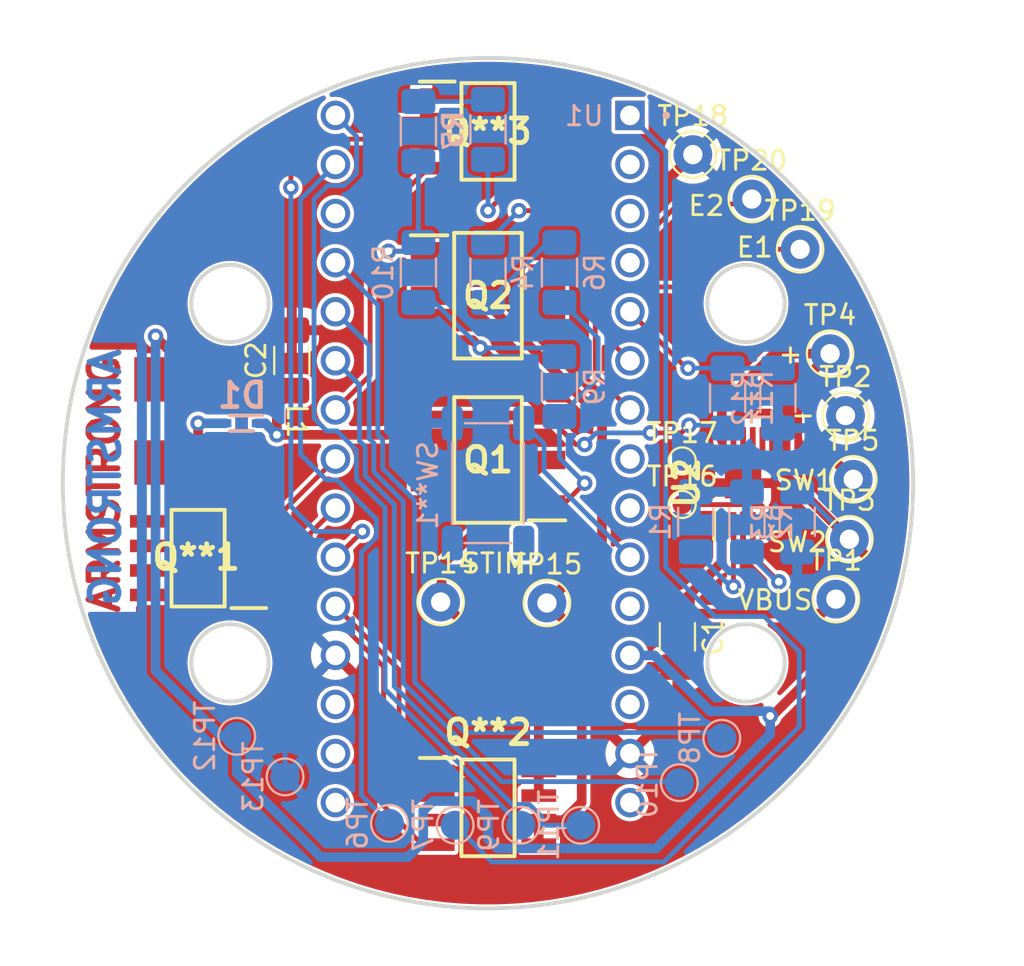
<source format=kicad_pcb>
(kicad_pcb (version 20211014) (generator pcbnew)
  (layers (0 "F.Cu" signal) (31 "B.Cu" signal) (34 "B.Paste" user) (35 "F.Paste" user) (36 "B.SilkS" user "B.Silkscreen") (37 "F.SilkS" user "F.Silkscreen") (38 "B.Mask" user) (39 "F.Mask" user) (44 "Edge.Cuts" user))
  (net 0 "")
  (net 1 "GND")
  (net 2 "/stimulation/BOOST_CTRL")
  (net 3 "/stimulation/L_DRIVE1")
  (net 4 "/stimulation/L_DRIVE2")
  (net 5 "/stimulation/H_DRIVE1")
  (net 6 "/stimulation/H_DRIVE2")
  (net 7 "Net-(Q**3-Pad5)")
  (net 8 "Net-(Q**3-Pad7)")
  (net 9 "Net-(Q1-Pad1)")
  (net 11 "Net-(Q2-Pad1)")
  (net 13 "Net-(R1-Pad2)")
  (net 14 "VCC")
  (net 15 "Net-(R4-Pad1)")
  (net 16 "Net-(R5-Pad1)")
  (net 17 "/stimulation/VSTIM")
  (net 18 "Net-(D1-Pad2)")
  (net 19 "/MOSI")
  (net 20 "/SCK")
  (net 21 "/BL")
  (net 22 "/CS")
  (net 23 "/RST")
  (net 24 "/DC")
  (net 31 "Net-(U1-Pad13)")
  (net 36 "/power/~{PG}")
  (net 38 "/power/~{CHG}")
  (net 39 "Net-(R2-Pad1)")
  (net 40 "/power/VBUS")
  (net 41 "/stimulation/STIM2")
  (net 42 "/stimulation/STIM1")
  (net 43 "/power/BAT+")
  (net 44 "/stimulation/VBOOST")
  (net 51 "Net-(U1-Pad10)")
  (net 52 "Net-(U1-Pad6)")
  (net 53 "Net-(U1-Pad7)")
  (footprint "TestPoint:TestPoint_THTPad_D2.0mm_Drill1.0mm" (layer "F.Cu") (at 118.7 102.9)
    (fp_text reference "TP3" (at 0 -1.998) (layer "F.SilkS"))
    (fp_text value "SW2")
    (pad "1" thru_hole circle (at 0 0) (size 2 2) (drill 1) (layers *.Cu *.Mask) (net 14 "VCC"))
  )
  (footprint "Library:SP8K52FRATB" (layer "F.Cu") (at 100 116.8)
    (fp_text reference "Q**2" (at 0 -3.9) (layer "F.SilkS") (effects (font (size 1.27 1.27) (thickness 0.254))))
    (fp_text value "SP8K52FRATB" hide)
    (pad "1" smd rect (at -2.625 -1.905 90) (size 0.65 1.8) (layers "F.Cu" "F.Paste" "F.Mask") (net 1 "GND"))
    (pad "2" smd rect (at -2.625 -0.635 90) (size 0.65 1.8) (layers "F.Cu" "F.Paste" "F.Mask") (net 3 "/stimulation/L_DRIVE1"))
    (pad "3" smd rect (at -2.625 0.635 90) (size 0.65 1.8) (layers "F.Cu" "F.Paste" "F.Mask") (net 1 "GND"))
    (pad "4" smd rect (at -2.625 1.905 90) (size 0.65 1.8) (layers "F.Cu" "F.Paste" "F.Mask") (net 4 "/stimulation/L_DRIVE2"))
    (pad "5" smd rect (at 2.625 1.905 90) (size 0.65 1.8) (layers "F.Cu" "F.Paste" "F.Mask") (net 41 "/stimulation/STIM2"))
    (pad "6" smd rect (at 2.625 0.635 90) (size 0.65 1.8) (layers "F.Cu" "F.Paste" "F.Mask") (net 41 "/stimulation/STIM2"))
    (pad "7" smd rect (at 2.625 -0.635 90) (size 0.65 1.8) (layers "F.Cu" "F.Paste" "F.Mask") (net 42 "/stimulation/STIM1"))
    (pad "8" smd rect (at 2.625 -1.905 90) (size 0.65 1.8) (layers "F.Cu" "F.Paste" "F.Mask") (net 42 "/stimulation/STIM1"))
  )
  (footprint "Capacitor_SMD:C_1206_3216Metric_Pad1.33x1.80mm_HandSolder" (layer "F.Cu") (at 109.8 107.95 -90)
    (fp_text reference "C1" (at 0 -1.85 90) (layer "F.SilkS"))
    (fp_text value "1uF")
    (pad "1" smd roundrect (at -1.5625 0 270) (size 1.325 1.8) (layers "F.Cu" "F.Paste" "F.Mask") (roundrect_rratio 0.1886792453) (net 40 "/power/VBUS"))
    (pad "2" smd roundrect (at 1.5625 0 270) (size 1.325 1.8) (layers "F.Cu" "F.Paste" "F.Mask") (roundrect_rratio 0.1886792453) (net 1 "GND"))
  )
  (footprint "TestPoint:TestPoint_THTPad_D2.0mm_Drill1.0mm" (layer "F.Cu") (at 103.05 106.2)
    (fp_text reference "TP15" (at 0 -1.998) (layer "F.SilkS"))
    (fp_text value "STIM2")
    (pad "1" thru_hole circle (at 0 0) (size 2 2) (drill 1) (layers *.Cu *.Mask) (net 41 "/stimulation/STIM2"))
  )
  (footprint "Library:LPS6225-105MRC" (layer "F.Cu") (at 85 96.7825 -90)
    (fp_text reference "L1" (at 0.01 -5.12 -90 unlocked) (layer "F.SilkS"))
    (fp_text value "1mH")
    (pad "1" smd rect (at -2.15 0 270) (size 2.3 6.6) (layers "F.Cu" "F.Paste" "F.Mask") (net 14 "VCC"))
    (pad "2" smd rect (at 2.15 0 270) (size 2.3 6.6) (layers "F.Cu" "F.Paste" "F.Mask") (net 18 "Net-(D1-Pad2)"))
  )
  (footprint "Capacitor_SMD:C_1206_3216Metric_Pad1.33x1.80mm_HandSolder" (layer "F.Cu") (at 89.85 93.65 90)
    (fp_text reference "C2" (at 0 -1.85 90) (layer "F.SilkS"))
    (fp_text value "220 nF")
    (pad "1" smd roundrect (at -1.5625 0 90) (size 1.325 1.8) (layers "F.Cu" "F.Paste" "F.Mask") (roundrect_rratio 0.1886792453) (net 44 "/stimulation/VBOOST"))
    (pad "2" smd roundrect (at 1.5625 0 90) (size 1.325 1.8) (layers "F.Cu" "F.Paste" "F.Mask") (roundrect_rratio 0.1886792453) (net 1 "GND"))
  )
  (footprint "TestPoint:TestPoint_THTPad_D2.0mm_Drill1.0mm" (layer "F.Cu") (at 116.15 87.9)
    (fp_text reference "TP19" (at 0 -1.998) (layer "F.SilkS"))
    (fp_text value "E1")
    (pad "1" thru_hole circle (at 0 0) (size 2 2) (drill 1) (layers *.Cu *.Mask) (net 52 "Net-(U1-Pad6)"))
  )
  (footprint "TestPoint:TestPoint_THTPad_D2.0mm_Drill1.0mm" (layer "F.Cu") (at 97.55 106.15)
    (fp_text reference "TP14" (at 0 -1.998) (layer "F.SilkS"))
    (fp_text value "STIM1")
    (pad "1" thru_hole circle (at 0 0) (size 2 2) (drill 1) (layers *.Cu *.Mask) (net 42 "/stimulation/STIM1"))
  )
  (footprint "Library:SP8K52FRATB" (layer "F.Cu") (at 100 81.8)
    (fp_text reference "Q**3" (at 0 0) (layer "F.SilkS") (effects (font (size 1.27 1.27) (thickness 0.254))))
    (fp_text value "SP8K52FRATB" hide)
    (pad "1" smd rect (at -2.625 -1.905 90) (size 0.65 1.8) (layers "F.Cu" "F.Paste" "F.Mask") (net 1 "GND"))
    (pad "2" smd rect (at -2.625 -0.635 90) (size 0.65 1.8) (layers "F.Cu" "F.Paste" "F.Mask") (net 5 "/stimulation/H_DRIVE1"))
    (pad "3" smd rect (at -2.625 0.635 90) (size 0.65 1.8) (layers "F.Cu" "F.Paste" "F.Mask") (net 1 "GND"))
    (pad "4" smd rect (at -2.625 1.905 90) (size 0.65 1.8) (layers "F.Cu" "F.Paste" "F.Mask") (net 6 "/stimulation/H_DRIVE2"))
    (pad "5" smd rect (at 2.625 1.905 90) (size 0.65 1.8) (layers "F.Cu" "F.Paste" "F.Mask") (net 7 "Net-(Q**3-Pad5)"))
    (pad "6" smd rect (at 2.625 0.635 90) (size 0.65 1.8) (layers "F.Cu" "F.Paste" "F.Mask") (net 7 "Net-(Q**3-Pad5)"))
    (pad "7" smd rect (at 2.625 -0.635 90) (size 0.65 1.8) (layers "F.Cu" "F.Paste" "F.Mask") (net 8 "Net-(Q**3-Pad7)"))
    (pad "8" smd rect (at 2.625 -1.905 90) (size 0.65 1.8) (layers "F.Cu" "F.Paste" "F.Mask") (net 8 "Net-(Q**3-Pad7)"))
  )
  (footprint "TestPoint:TestPoint_Pad_D1.0mm" (layer "F.Cu") (at 110.05 101.1)
    (fp_text reference "TP16" (at 0 -1.448) (layer "F.SilkS"))
    (fp_text value "PG")
    (pad "1" smd circle (at 0 0) (size 1 1) (layers "F.Cu" "F.Mask") (net 36 "/power/~{PG}"))
  )
  (footprint "Library:SP8K52FRATB" (layer "F.Cu") (at 85 103.8825 180)
    (fp_text reference "Q**1" (at 0.1 0.05) (layer "F.SilkS") (effects (font (size 1.27 1.27) (thickness 0.254))))
    (fp_text value "SP8K52FRATB" hide)
    (pad "1" smd rect (at -2.625 -1.905 270) (size 0.65 1.8) (layers "F.Cu" "F.Paste" "F.Mask") (net 1 "GND"))
    (pad "2" smd rect (at -2.625 -0.635 270) (size 0.65 1.8) (layers "F.Cu" "F.Paste" "F.Mask") (net 2 "/stimulation/BOOST_CTRL"))
    (pad "3" smd rect (at -2.625 0.635 270) (size 0.65 1.8) (layers "F.Cu" "F.Paste" "F.Mask"))
    (pad "4" smd rect (at -2.625 1.905 270) (size 0.65 1.8) (layers "F.Cu" "F.Paste" "F.Mask"))
    (pad "5" smd rect (at 2.625 1.905 270) (size 0.65 1.8) (layers "F.Cu" "F.Paste" "F.Mask"))
    (pad "6" smd rect (at 2.625 0.635 270) (size 0.65 1.8) (layers "F.Cu" "F.Paste" "F.Mask"))
    (pad "7" smd rect (at 2.625 -0.635 270) (size 0.65 1.8) (layers "F.Cu" "F.Paste" "F.Mask") (net 18 "Net-(D1-Pad2)"))
    (pad "8" smd rect (at 2.625 -1.905 270) (size 0.65 1.8) (layers "F.Cu" "F.Paste" "F.Mask") (net 18 "Net-(D1-Pad2)"))
  )
  (footprint "TestPoint:TestPoint_THTPad_D2.0mm_Drill1.0mm" (layer "F.Cu") (at 113.65 85.3)
    (fp_text reference "TP20" (at 0 -1.998) (layer "F.SilkS"))
    (fp_text value "E2")
    (pad "1" thru_hole circle (at 0 0) (size 2 2) (drill 1) (layers *.Cu *.Mask) (net 53 "Net-(U1-Pad7)"))
  )
  (footprint "TestPoint:TestPoint_THTPad_D2.0mm_Drill1.0mm" (layer "F.Cu") (at 118.5 96.5)
    (fp_text reference "TP2" (at 0 -1.998) (layer "F.SilkS"))
    (fp_text value "BAT-")
    (pad "1" thru_hole circle (at 0 0) (size 2 2) (drill 1) (layers *.Cu *.Mask) (net 1 "GND"))
  )
  (footprint "TestPoint:TestPoint_THTPad_D2.0mm_Drill1.0mm" (layer "F.Cu") (at 110.6 83)
    (fp_text reference "TP18" (at 0 -1.998) (layer "F.SilkS"))
    (fp_text value "ENC_GND")
    (pad "1" thru_hole circle (at 0 0) (size 2 2) (drill 1) (layers *.Cu *.Mask) (net 1 "GND"))
  )
  (footprint "TestPoint:TestPoint_THTPad_D2.0mm_Drill1.0mm" (layer "F.Cu") (at 118.9 99.8)
    (fp_text reference "TP5" (at 0 -1.998) (layer "F.SilkS"))
    (fp_text value "SW1")
    (pad "1" thru_hole circle (at 0 0) (size 2 2) (drill 1) (layers *.Cu *.Mask) (net 43 "/power/BAT+"))
  )
  (footprint "TestPoint:TestPoint_Pad_D1.0mm" (layer "F.Cu") (at 110.05 98.85)
    (fp_text reference "TP17" (at 0 -1.448) (layer "F.SilkS"))
    (fp_text value "~{CHG}")
    (pad "1" smd circle (at 0 0) (size 1 1) (layers "F.Cu" "F.Mask") (net 38 "/power/~{CHG}"))
  )
  (footprint "Library:IRFL9110TRPBF-BE3" (layer "F.Cu") (at 100 90.3)
    (fp_text reference "Q2" (at 0 0) (layer "F.SilkS") (effects (font (size 1.27 1.27) (thickness 0.254))))
    (fp_text value "IRFL9110TRPBF-BE3" hide)
    (pad "1" smd rect (at -3.05 -2.3 90) (size 0.95 1.9) (layers "F.Cu" "F.Paste" "F.Mask") (net 11 "Net-(Q2-Pad1)"))
    (pad "2" smd rect (at -3.05 0 90) (size 0.95 1.9) (layers "F.Cu" "F.Paste" "F.Mask") (net 41 "/stimulation/STIM2"))
    (pad "3" smd rect (at -3.05 2.3 90) (size 0.95 1.9) (layers "F.Cu" "F.Paste" "F.Mask") (net 44 "/stimulation/VBOOST"))
    (pad "4" smd rect (at 3.05 0) (size 1.9 3.25) (layers "F.Cu" "F.Paste" "F.Mask"))
  )
  (footprint "TestPoint:TestPoint_THTPad_D2.0mm_Drill1.0mm" (layer "F.Cu") (at 117.7 93.3)
    (fp_text reference "TP4" (at 0 -1.998) (layer "F.SilkS"))
    (fp_text value "BAT+")
    (pad "1" thru_hole circle (at 0 0) (size 2 2) (drill 1) (layers *.Cu *.Mask) (net 43 "/power/BAT+"))
  )
  (footprint "Library:BQ24093DGQR" (layer "F.Cu") (at 113.2 100 90)
    (fp_text reference "U2" (at 0.02 -2.93 90) (layer "F.SilkS") (effects (font (size 1.27 1.27) (thickness 0.254))))
    (fp_text value "BQ24093DGQR" hide)
    (pad "1" smd rect (at -2.2 -1 180) (size 0.3 1.4) (layers "F.Cu" "F.Paste" "F.Mask") (net 40 "/power/VBUS"))
    (pad "2" smd rect (at -2.2 -0.5 180) (size 0.3 1.4) (layers "F.Cu" "F.Paste" "F.Mask") (net 13 "Net-(R1-Pad2)"))
    (pad "3" smd rect (at -2.2 0 180) (size 0.3 1.4) (layers "F.Cu" "F.Paste" "F.Mask") (net 1 "GND"))
    (pad "4" smd rect (at -2.2 0.5 180) (size 0.3 1.4) (layers "F.Cu" "F.Paste" "F.Mask") (net 39 "Net-(R2-Pad1)"))
    (pad "5" smd rect (at -2.2 1 180) (size 0.3 1.4) (layers "F.Cu" "F.Paste" "F.Mask") (net 36 "/power/~{PG}"))
    (pad "6" smd rect (at 2.2 1 180) (size 0.3 1.4) (layers "F.Cu" "F.Paste" "F.Mask"))
    (pad "7" smd rect (at 2.2 0.5 180) (size 0.3 1.4) (layers "F.Cu" "F.Paste" "F.Mask") (net 1 "GND"))
    (pad "8" smd rect (at 2.2 0 180) (size 0.3 1.4) (layers "F.Cu" "F.Paste" "F.Mask") (net 38 "/power/~{CHG}"))
    (pad "9" smd rect (at 2.2 -0.5 180) (size 0.3 1.4) (layers "F.Cu" "F.Paste" "F.Mask") (net 14 "VCC"))
    (pad "10" smd rect (at 2.2 -1 180) (size 0.3 1.4) (layers "F.Cu" "F.Paste" "F.Mask") (net 43 "/power/BAT+"))
    (pad "11" smd rect (at 0 0 90) (size 1.57 1.88) (layers "F.Cu" "F.Paste" "F.Mask") (net 1 "GND"))
  )
  (footprint "Library:IRFL9110TRPBF-BE3" (layer "F.Cu") (at 100 98.8 180)
    (fp_text reference "Q1" (at 0 0) (layer "F.SilkS") (effects (font (size 1.27 1.27) (thickness 0.254))))
    (fp_text value "IRFL9110TRPBF-BE3" hide)
    (pad "1" smd rect (at -3.05 -2.3 270) (size 0.95 1.9) (layers "F.Cu" "F.Paste" "F.Mask") (net 9 "Net-(Q1-Pad1)"))
    (pad "2" smd rect (at -3.05 0 270) (size 0.95 1.9) (layers "F.Cu" "F.Paste" "F.Mask") (net 42 "/stimulation/STIM1"))
    (pad "3" smd rect (at -3.05 2.3 270) (size 0.95 1.9) (layers "F.Cu" "F.Paste" "F.Mask") (net 44 "/stimulation/VBOOST"))
    (pad "4" smd rect (at 3.05 0 180) (size 1.9 3.25) (layers "F.Cu" "F.Paste" "F.Mask"))
  )
  (footprint "TestPoint:TestPoint_THTPad_D2.0mm_Drill1.0mm" (layer "F.Cu") (at 118 106)
    (fp_text reference "TP1" (at 0 -1.998) (layer "F.SilkS"))
    (fp_text value "VBUS")
    (pad "1" thru_hole circle (at 0 0) (size 2 2) (drill 1) (layers *.Cu *.Mask) (net 40 "/power/VBUS"))
  )
  (footprint "TestPoint:TestPoint_Pad_D1.5mm" (layer "B.Cu") (at 109.9 115.5 -90)
    (fp_text reference "TP10" (at 0 1.648 90) (layer "B.SilkS") (effects (justify mirror)))
    (fp_text value "RST")
    (pad "1" smd circle (at 0 0 270) (size 1.5 1.5) (layers "B.Cu" "B.Mask") (net 23 "/RST"))
  )
  (footprint "Library:BAS16TS_R1_00001" (layer "B.Cu") (at 87.25 96.9 180)
    (fp_text reference "D1" (at -0.03 1.44) (layer "B.SilkS") (effects (font (size 1.27 1.27) (thickness 0.254)) (justify mirror)))
    (fp_text value "BAS16TS_R1_00001" hide)
    (pad "1" smd rect (at -0.8 0 90) (size 0.42 0.54) (layers "B.Cu" "B.Paste" "B.Mask") (net 44 "/stimulation/VBOOST"))
    (pad "2" smd rect (at 0.8 0 90) (size 0.42 0.54) (layers "B.Cu" "B.Paste" "B.Mask") (net 18 "Net-(D1-Pad2)"))
  )
  (footprint "Resistor_SMD:R_1206_3216Metric_Pad1.30x1.75mm_HandSolder" (layer "B.Cu") (at 103.7 89.1 90)
    (fp_text reference "R6" (at 0 1.82 270) (layer "B.SilkS") (effects (justify mirror)))
    (fp_text value "1K")
    (pad "1" smd roundrect (at -1.55 0 90) (size 1.3 1.75) (layers "B.Cu" "B.Paste" "B.Mask") (roundrect_rratio 0.1923076923) (net 9 "Net-(Q1-Pad1)"))
    (pad "2" smd roundrect (at 1.55 0 90) (size 1.3 1.75) (layers "B.Cu" "B.Paste" "B.Mask") (roundrect_rratio 0.1923076923) (net 15 "Net-(R4-Pad1)"))
  )
  (footprint "Resistor_SMD:R_1206_3216Metric_Pad1.30x1.75mm_HandSolder" (layer "B.Cu") (at 96.4 81.8 90)
    (fp_text reference "R7" (at 0 1.82 270) (layer "B.SilkS") (effects (justify mirror)))
    (fp_text value "1K")
    (pad "1" smd roundrect (at -1.55 0 90) (size 1.3 1.75) (layers "B.Cu" "B.Paste" "B.Mask") (roundrect_rratio 0.1923076923) (net 11 "Net-(Q2-Pad1)"))
    (pad "2" smd roundrect (at 1.55 0 90) (size 1.3 1.75) (layers "B.Cu" "B.Paste" "B.Mask") (roundrect_rratio 0.1923076923) (net 16 "Net-(R5-Pad1)"))
  )
  (footprint "Library:Nano Every" (layer "B.Cu") (at 99.72675 98.75 -90)
    (fp_text reference "U1" (at -17.75 -5.25) (layer "B.SilkS") (effects (justify mirror)))
    (fp_text value "Nano Every")
    (pad "1" thru_hole rect (at -17.78 -7.62 270) (size 1.524 1.524) (drill 1.016) (layers *.Cu *.Mask) (net 20 "/SCK"))
    (pad "2" thru_hole circle (at -15.24 -7.62 270) (size 1.524 1.524) (drill 1.016) (layers *.Cu *.Mask))
    (pad "3" thru_hole circle (at -12.7 -7.62 270) (size 1.524 1.524) (drill 1.016) (layers *.Cu *.Mask))
    (pad "4" thru_hole circle (at -10.16 -7.62 270) (size 1.524 1.524) (drill 1.016) (layers *.Cu *.Mask))
    (pad "5" thru_hole circle (at -7.62 -7.62 270) (size 1.524 1.524) (drill 1.016) (layers *.Cu *.Mask) (net 17 "/stimulation/VSTIM"))
    (pad "6" thru_hole circle (at -5.08 -7.62 270) (size 1.524 1.524) (drill 1.016) (layers *.Cu *.Mask) (net 52 "Net-(U1-Pad6)"))
    (pad "7" thru_hole circle (at -2.54 -7.62 270) (size 1.524 1.524) (drill 1.016) (layers *.Cu *.Mask) (net 53 "Net-(U1-Pad7)"))
    (pad "8" thru_hole circle (at 0 -7.62 270) (size 1.524 1.524) (drill 1.016) (layers *.Cu *.Mask))
    (pad "9" thru_hole circle (at 2.54 -7.62 270) (size 1.524 1.524) (drill 1.016) (layers *.Cu *.Mask))
    (pad "10" thru_hole circle (at 5.08 -7.62 270) (size 1.524 1.524) (drill 1.016) (layers *.Cu *.Mask) (net 51 "Net-(U1-Pad10)"))
    (pad "11" thru_hole circle (at 7.62 -7.62 270) (size 1.524 1.524) (drill 1.016) (layers *.Cu *.Mask))
    (pad "12" thru_hole circle (at 10.16 -7.62 270) (size 1.524 1.524) (drill 1.016) (layers *.Cu *.Mask) (net 14 "VCC"))
    (pad "13" thru_hole circle (at 12.7 -7.62 270) (size 1.524 1.524) (drill 1.016) (layers *.Cu *.Mask) (net 31 "Net-(U1-Pad13)"))
    (pad "14" thru_hole circle (at 15.24 -7.62 270) (size 1.524 1.524) (drill 1.016) (layers *.Cu *.Mask) (net 1 "GND"))
    (pad "15" thru_hole circle (at 17.78 -7.62 270) (size 1.524 1.524) (drill 1.016) (layers *.Cu *.Mask))
    (pad "16" thru_hole circle (at 17.78 7.62 270) (size 1.524 1.524) (drill 1.016) (layers *.Cu *.Mask))
    (pad "17" thru_hole circle (at 15.24 7.62 270) (size 1.524 1.524) (drill 1.016) (layers *.Cu *.Mask))
    (pad "18" thru_hole circle (at 12.7 7.62 270) (size 1.524 1.524) (drill 1.016) (layers *.Cu *.Mask) (net 31 "Net-(U1-Pad13)"))
    (pad "19" thru_hole circle (at 10.16 7.62 270) (size 1.524 1.524) (drill 1.016) (layers *.Cu *.Mask) (net 1 "GND"))
    (pad "20" thru_hole circle (at 7.62 7.62 270) (size 1.524 1.524) (drill 1.016) (layers *.Cu *.Mask) (net 3 "/stimulation/L_DRIVE1"))
    (pad "21" thru_hole circle (at 5.08 7.62 270) (size 1.524 1.524) (drill 1.016) (layers *.Cu *.Mask) (net 5 "/stimulation/H_DRIVE1"))
    (pad "22" thru_hole circle (at 2.54 7.62 270) (size 1.524 1.524) (drill 1.016) (layers *.Cu *.Mask) (net 4 "/stimulation/L_DRIVE2"))
    (pad "23" thru_hole circle (at 0 7.62 270) (size 1.524 1.524) (drill 1.016) (layers *.Cu *.Mask) (net 2 "/stimulation/BOOST_CTRL"))
    (pad "24" thru_hole circle (at -2.54 7.62 270) (size 1.524 1.524) (drill 1.016) (layers *.Cu *.Mask) (net 6 "/stimulation/H_DRIVE2"))
    (pad "25" thru_hole circle (at -5.08 7.62 270) (size 1.524 1.524) (drill 1.016) (layers *.Cu *.Mask) (net 24 "/DC"))
    (pad "26" thru_hole circle (at -7.62 7.62 270) (size 1.524 1.524) (drill 1.016) (layers *.Cu *.Mask) (net 23 "/RST"))
    (pad "27" thru_hole circle (at -10.16 7.62 270) (size 1.524 1.524) (drill 1.016) (layers *.Cu *.Mask) (net 21 "/BL"))
    (pad "28" thru_hole circle (at -12.7 7.62 270) (size 1.524 1.524) (drill 1.016) (layers *.Cu *.Mask))
    (pad "29" thru_hole circle (at -15.24 7.62 270) (size 1.524 1.524) (drill 1.016) (layers *.Cu *.Mask) (net 19 "/MOSI"))
    (pad "30" thru_hole circle (at -17.78 7.62 270) (size 1.524 1.524) (drill 1.016) (layers *.Cu *.Mask) (net 22 "/CS"))
  )
  (footprint "TestPoint:TestPoint_Pad_D1.5mm" (layer "B.Cu") (at 112.1 113.2 -90)
    (fp_text reference "TP8" (at 0 1.648 90) (layer "B.SilkS") (effects (justify mirror)))
    (fp_text value "BL")
    (pad "1" smd circle (at 0 0 270) (size 1.5 1.5) (layers "B.Cu" "B.Mask") (net 21 "/BL"))
  )
  (footprint "TestPoint:TestPoint_Pad_D1.5mm" (layer "B.Cu") (at 101.7 117.7 -90)
    (fp_text reference "TP9" (at 0 1.648 90) (layer "B.SilkS") (effects (justify mirror)))
    (fp_text value "CS")
    (pad "1" smd circle (at 0 0 270) (size 1.5 1.5) (layers "B.Cu" "B.Mask") (net 22 "/CS"))
  )
  (footprint "Resistor_SMD:R_1206_3216Metric_Pad1.30x1.75mm_HandSolder" (layer "B.Cu") (at 115 95.6 -90)
    (fp_text reference "R12" (at 0 1.82 90) (layer "B.SilkS") (effects (justify mirror)))
    (fp_text value "3K3")
    (pad "1" smd roundrect (at -1.55 0 270) (size 1.3 1.75) (layers "B.Cu" "B.Paste" "B.Mask") (roundrect_rratio 0.1923076923) (net 17 "/stimulation/VSTIM"))
    (pad "2" smd roundrect (at 1.55 0 270) (size 1.3 1.75) (layers "B.Cu" "B.Paste" "B.Mask") (roundrect_rratio 0.1923076923) (net 1 "GND"))
  )
  (footprint "Resistor_SMD:R_1206_3216Metric_Pad1.30x1.75mm_HandSolder" (layer "B.Cu") (at 96.4 89.1 -90)
    (fp_text reference "R10" (at 0 1.82 90) (layer "B.SilkS") (effects (justify mirror)))
    (fp_text value "10K")
    (pad "1" smd roundrect (at -1.55 0 270) (size 1.3 1.75) (layers "B.Cu" "B.Paste" "B.Mask") (roundrect_rratio 0.1923076923) (net 11 "Net-(Q2-Pad1)"))
    (pad "2" smd roundrect (at 1.55 0 270) (size 1.3 1.75) (layers "B.Cu" "B.Paste" "B.Mask") (roundrect_rratio 0.1923076923) (net 44 "/stimulation/VBOOST"))
  )
  (footprint "TestPoint:TestPoint_Pad_D1.5mm" (layer "B.Cu") (at 98.3 117.7 -90)
    (fp_text reference "TP7" (at 0 1.648 90) (layer "B.SilkS") (effects (justify mirror)))
    (fp_text value "SCK")
    (pad "1" smd circle (at 0 0 270) (size 1.5 1.5) (layers "B.Cu" "B.Mask") (net 20 "/SCK"))
  )
  (footprint "Resistor_SMD:R_1206_3216Metric_Pad1.30x1.75mm_HandSolder" (layer "B.Cu") (at 110.75 102 -90)
    (fp_text reference "R1" (at 0 1.82 90) (layer "B.SilkS") (effects (justify mirror)))
    (fp_text value "2K7")
    (pad "1" smd roundrect (at -1.55 0 270) (size 1.3 1.75) (layers "B.Cu" "B.Paste" "B.Mask") (roundrect_rratio 0.1923076923) (net 1 "GND"))
    (pad "2" smd roundrect (at 1.55 0 270) (size 1.3 1.75) (layers "B.Cu" "B.Paste" "B.Mask") (roundrect_rratio 0.1923076923) (net 13 "Net-(R1-Pad2)"))
  )
  (footprint "TestPoint:TestPoint_Pad_D1.5mm" (layer "B.Cu") (at 89.5 115.2 -90)
    (fp_text reference "TP13" (at 0 1.648 90) (layer "B.SilkS") (effects (justify mirror)))
    (fp_text value "GND")
    (pad "1" smd circle (at 0 0 270) (size 1.5 1.5) (layers "B.Cu" "B.Mask") (net 1 "GND"))
  )
  (footprint "Resistor_SMD:R_1206_3216Metric_Pad1.30x1.75mm_HandSolder" (layer "B.Cu") (at 103.7 95 90)
    (fp_text reference "R9" (at 0 1.82 90) (layer "B.SilkS") (effects (justify mirror)))
    (fp_text value "10K")
    (pad "1" smd roundrect (at -1.55 0 90) (size 1.3 1.75) (layers "B.Cu" "B.Paste" "B.Mask") (roundrect_rratio 0.1923076923) (net 9 "Net-(Q1-Pad1)"))
    (pad "2" smd roundrect (at 1.55 0 90) (size 1.3 1.75) (layers "B.Cu" "B.Paste" "B.Mask") (roundrect_rratio 0.1923076923) (net 44 "/stimulation/VBOOST"))
  )
  (footprint "TestPoint:TestPoint_Pad_D1.5mm" (layer "B.Cu") (at 104.8 117.7 -90)
    (fp_text reference "TP11" (at 0 1.648 90) (layer "B.SilkS") (effects (justify mirror)))
    (fp_text value "DC")
    (pad "1" smd circle (at 0 0 270) (size 1.5 1.5) (layers "B.Cu" "B.Mask") (net 24 "/DC"))
  )
  (footprint "Resistor_SMD:R_1206_3216Metric_Pad1.30x1.75mm_HandSolder" (layer "B.Cu") (at 100 89.1 90)
    (fp_text reference "R4" (at 0 1.82 90) (layer "B.SilkS") (effects (justify mirror)))
    (fp_text value "1K")
    (pad "1" smd roundrect (at -1.55 0 90) (size 1.3 1.75) (layers "B.Cu" "B.Paste" "B.Mask") (roundrect_rratio 0.1923076923) (net 15 "Net-(R4-Pad1)"))
    (pad "2" smd roundrect (at 1.55 0 90) (size 1.3 1.75) (layers "B.Cu" "B.Paste" "B.Mask") (roundrect_rratio 0.1923076923) (net 8 "Net-(Q**3-Pad7)"))
  )
  (footprint "TestPoint:TestPoint_Pad_D1.5mm" (layer "B.Cu") (at 87 113.1 -90)
    (fp_text reference "TP12" (at 0 1.648 90) (layer "B.SilkS") (effects (justify mirror)))
    (fp_text value "VCC")
    (pad "1" smd circle (at 0 0 270) (size 1.5 1.5) (layers "B.Cu" "B.Mask") (net 14 "VCC"))
  )
  (footprint "Library:CS1204AF260-SMD" (layer "B.Cu") (at 100 100 -90)
    (fp_text reference "SW**1" (at 0.11 3.11 90 unlocked) (layer "B.SilkS") (effects (justify mirror)))
    (fp_text value "SW_Push_Dual")
    (pad "1" smd roundrect (at -3.1 1.85 270) (size 1.8 1.1) (layers "B.Cu" "B.Paste" "B.Mask") (net 1 "GND"))
    (pad "2" smd roundrect (at -3.1 -1.85 270) (size 1.8 1.1) (layers "B.Cu" "B.Paste" "B.Mask") (net 51 "Net-(U1-Pad10)"))
    (pad "3" smd roundrect (at 3.1 1.85 270) (size 1.8 1.1) (layers "B.Cu" "B.Paste" "B.Mask"))
    (pad "4" smd roundrect (at 3.1 -1.85 270) (size 1.8 1.1) (layers "B.Cu" "B.Paste" "B.Mask"))
  )
  (footprint "Resistor_SMD:R_1206_3216Metric_Pad1.30x1.75mm_HandSolder" (layer "B.Cu") (at 112.4 95.6 90)
    (fp_text reference "R11" (at 0 1.82 270) (layer "B.SilkS") (effects (justify mirror)))
    (fp_text value "100K")
    (pad "1" smd roundrect (at -1.55 0 90) (size 1.3 1.75) (layers "B.Cu" "B.Paste" "B.Mask") (roundrect_rratio 0.1923076923) (net 44 "/stimulation/VBOOST"))
    (pad "2" smd roundrect (at 1.55 0 90) (size 1.3 1.75) (layers "B.Cu" "B.Paste" "B.Mask") (roundrect_rratio 0.1923076923) (net 17 "/stimulation/VSTIM"))
  )
  (footprint "Resistor_SMD:R_1206_3216Metric_Pad1.30x1.75mm_HandSolder" (layer "B.Cu") (at 116 102 -90)
    (fp_text reference "R3" (at 0 1.82 90) (layer "B.SilkS") (effects (justify mirror)))
    (fp_text value "100K")
    (pad "1" smd roundrect (at -1.55 0 270) (size 1.3 1.75) (layers "B.Cu" "B.Paste" "B.Mask") (roundrect_rratio 0.1923076923) (net 14 "VCC"))
    (pad "2" smd roundrect (at 1.55 0 270) (size 1.3 1.75) (layers "B.Cu" "B.Paste" "B.Mask") (roundrect_rratio 0.1923076923) (net 1 "GND"))
  )
  (footprint "Resistor_SMD:R_1206_3216Metric_Pad1.30x1.75mm_HandSolder" (layer "B.Cu") (at 113.4 102 90)
    (fp_text reference "R2" (at 0 1.82 90) (layer "B.SilkS") (effects (justify mirror)))
    (fp_text value "2K")
    (pad "1" smd roundrect (at -1.55 0 90) (size 1.3 1.75) (layers "B.Cu" "B.Paste" "B.Mask") (roundrect_rratio 0.1923076923) (net 39 "Net-(R2-Pad1)"))
    (pad "2" smd roundrect (at 1.55 0 90) (size 1.3 1.75) (layers "B.Cu" "B.Paste" "B.Mask") (roundrect_rratio 0.1923076923) (net 1 "GND"))
  )
  (footprint "TestPoint:TestPoint_Pad_D1.5mm" (layer "B.Cu") (at 94.9 117.6 -90)
    (fp_text reference "TP6" (at 0 1.648 90) (layer "B.SilkS") (effects (justify mirror)))
    (fp_text value "MOSI")
    (pad "1" smd circle (at 0 0 270) (size 1.5 1.5) (layers "B.Cu" "B.Mask") (net 19 "/MOSI"))
  )
  (footprint "Resistor_SMD:R_1206_3216Metric_Pad1.30x1.75mm_HandSolder" (layer "B.Cu") (at 100 81.7 -90)
    (fp_text reference "R5" (at 0 1.82 90) (layer "B.SilkS") (effects (justify mirror)))
    (fp_text value "1K")
    (pad "1" smd roundrect (at -1.55 0 270) (size 1.3 1.75) (layers "B.Cu" "B.Paste" "B.Mask") (roundrect_rratio 0.1923076923) (net 16 "Net-(R5-Pad1)"))
    (pad "2" smd roundrect (at 1.55 0 270) (size 1.3 1.75) (layers "B.Cu" "B.Paste" "B.Mask") (roundrect_rratio 0.1923076923) (net 7 "Net-(Q**3-Pad5)"))
  )
  (gr_circle (center 86.65 90.7) (end 88.65 90.7) (layer "Edge.Cuts") (width 0.2) (fill none))
  (gr_circle (center 113.35 109.3) (end 115.35 109.3) (layer "Edge.Cuts") (width 0.2) (fill none))
  (gr_circle (center 113.35 90.7) (end 115.35 90.7) (layer "Edge.Cuts") (width 0.2) (fill none))
  (gr_circle (center 100 100) (end 122 100) (layer "Edge.Cuts") (width 0.2) (fill none))
  (gr_circle (center 86.65 109.3) (end 88.65 109.3) (layer "Edge.Cuts") (width 0.2) (fill none))
  (gr_text "ARMSTRONG" (at 80.15 100.05 90) (layer "F.Cu") (effects (font (size 1.5 1.5) (thickness 0.3))))
  (gr_text "ARMSTRONG" (at 80.2 99.7 90) (layer "B.Cu") (effects (font (size 1.5 1.5) (thickness 0.3)) (justify mirror)))
  (gr_text "STIM" (at 100.3 104.15) (layer "F.SilkS") (effects (font (size 1 1))))
  (gr_text "SW2\n" (at 116 103.05) (layer "F.SilkS") (effects (font (size 1 1))))
  (gr_text "SW1\n" (at 116.35 99.85) (layer "F.SilkS") (effects (font (size 1 1))))
  (gr_text "E2" (at 111.3 85.65) (layer "F.SilkS") (effects (font (size 1 1))))
  (gr_text "-" (at 116.3 96.45) (layer "F.SilkS") (effects (font (size 1 1))))
  (gr_text "+" (at 115.65 93.3) (layer "F.SilkS") (effects (font (size 1 1))))
  (gr_text "VBUS" (at 114.85 106.05) (layer "F.SilkS") (effects (font (size 1 1))))
  (gr_text "E1" (at 113.8 87.8) (layer "F.SilkS") (effects (font (size 1 1))))
  (segment (start 113.2 102.2) (end 113.2 103.5) (width 0.25) (layer "F.Cu") (net 1))
  (segment (start 113.7 97.8) (end 113.7 99.5) (width 0.25) (layer "F.Cu") (net 1))
  (segment (start 113.2 103.5) (end 113.2 104.1) (width 0.25) (layer "F.Cu") (net 1))
  (segment (start 113.2 104.1) (end 113.3 104.2) (width 0.25) (layer "F.Cu") (net 1))
  (segment (start 113.7 99.5) (end 113.2 100) (width 0.25) (layer "F.Cu") (net 1))
  (segment (start 89.5 115.2) (end 89.5 111.51675) (width 0.25) (layer "B.Cu") (net 1))
  (segment (start 89.5 111.51675) (end 92.10675 108.91) (width 0.25) (layer "B.Cu") (net 1))
  (segment (start 88.2 104.5175) (end 89.5 103.2175) (width 0.25) (layer "F.Cu") (net 2))
  (segment (start 89.5 101.35675) (end 92.10675 98.75) (width 0.25) (layer "F.Cu") (net 2))
  (segment (start 89.5 103.2175) (end 89.5 101.35675) (width 0.25) (layer "F.Cu") (net 2))
  (segment (start 87.625 104.5175) (end 88.2 104.5175) (width 0.25) (layer "F.Cu") (net 2))
  (segment (start 96.8 116.165) (end 95.4 114.765) (width 0.25) (layer "F.Cu") (net 3))
  (segment (start 95.4 109.66325) (end 92.10675 106.37) (width 0.25) (layer "F.Cu") (net 3))
  (segment (start 97.375 116.165) (end 96.8 116.165) (width 0.25) (layer "F.Cu") (net 3))
  (segment (start 95.4 114.765) (end 95.4 109.66325) (width 0.25) (layer "F.Cu") (net 3))
  (segment (start 91.457 107.457) (end 90.8 106.8) (width 0.25) (layer "F.Cu") (net 4))
  (segment (start 92.557 107.457) (end 91.457 107.457) (width 0.25) (layer "F.Cu") (net 4))
  (segment (start 97.375 118.705) (end 96.605 118.705) (width 0.25) (layer "F.Cu") (net 4))
  (segment (start 94.6 109.5) (end 92.557 107.457) (width 0.25) (layer "F.Cu") (net 4))
  (segment (start 90.8 102.59675) (end 92.10675 101.29) (width 0.25) (layer "F.Cu") (net 4))
  (segment (start 94.6 116.7) (end 94.6 109.5) (width 0.25) (layer "F.Cu") (net 4))
  (segment (start 96.605 118.705) (end 94.6 116.7) (width 0.25) (layer "F.Cu") (net 4))
  (segment (start 90.8 106.8) (end 90.8 102.59675) (width 0.25) (layer "F.Cu") (net 4))
  (segment (start 95.435 81.165) (end 97.375 81.165) (width 0.25) (layer "F.Cu") (net 5))
  (segment (start 94.4 82.2) (end 95.435 81.165) (width 0.25) (layer "F.Cu") (net 5))
  (segment (start 92.17 103.83) (end 93.5 102.5) (width 0.25) (layer "F.Cu") (net 5))
  (segment (start 89.8 84.7) (end 89.8 83.1) (width 0.25) (layer "F.Cu") (net 5))
  (segment (start 92.10675 103.83) (end 92.17 103.83) (width 0.25) (layer "F.Cu") (net 5))
  (segment (start 89.8 83.1) (end 90.7 82.2) (width 0.25) (layer "F.Cu") (net 5))
  (segment (start 90.7 82.2) (end 94.4 82.2) (width 0.25) (layer "F.Cu") (net 5))
  (via (at 93.5 102.5) (size 0.8) (drill 0.4) (layers "F.Cu" "B.Cu") (net 5))
  (via (at 89.8 84.7) (size 0.8) (drill 0.4) (layers "F.Cu" "B.Cu") (net 5))
  (segment (start 89.8 101.2) (end 89.8 84.7) (width 0.25) (layer "B.Cu") (net 5))
  (segment (start 91.1 102.5) (end 89.8 101.2) (width 0.25) (layer "B.Cu") (net 5))
  (segment (start 91.1 102.5) (end 93.5 102.5) (width 0.25) (layer "B.Cu") (net 5))
  (segment (start 93.9 86.7) (end 96.895 83.705) (width 0.25) (layer "F.Cu") (net 6))
  (segment (start 92.10675 96.21) (end 93.9 94.41675) (width 0.25) (layer "F.Cu") (net 6))
  (segment (start 96.895 83.705) (end 97.375 83.705) (width 0.25) (layer "F.Cu") (net 6))
  (segment (start 93.9 94.41675) (end 93.9 86.7) (width 0.25) (layer "F.Cu") (net 6))
  (segment (start 100 85.9) (end 102.195 83.705) (width 0.25) (layer "F.Cu") (net 7))
  (segment (start 102.195 83.705) (end 102.625 83.705) (width 0.25) (layer "F.Cu") (net 7))
  (segment (start 102.625 83.705) (end 102.625 82.435) (width 0.25) (layer "F.Cu") (net 7))
  (via (at 100 85.9) (size 0.8) (drill 0.4) (layers "F.Cu" "B.Cu") (net 7))
  (segment (start 100 83.25) (end 100 85.9) (width 0.25) (layer "B.Cu") (net 7))
  (segment (start 102.305 85.9) (end 104.1 84.105) (width 0.25) (layer "F.Cu") (net 8))
  (segment (start 104.1 84.105) (end 104.1 82.1) (width 0.25) (layer "F.Cu") (net 8))
  (segment (start 104.1 82.1) (end 103.165 81.165) (width 0.25) (layer "F.Cu") (net 8))
  (segment (start 101.6 85.9) (end 102.305 85.9) (width 0.25) (layer "F.Cu") (net 8))
  (segment (start 102.625 81.165) (end 102.625 79.895) (width 0.25) (layer "F.Cu") (net 8))
  (segment (start 103.165 81.165) (end 102.625 81.165) (width 0.25) (layer "F.Cu") (net 8))
  (via (at 101.6 85.9) (size 0.8) (drill 0.4) (layers "F.Cu" "B.Cu") (net 8))
  (segment (start 100 87.55) (end 100 87.5) (width 0.25) (layer "B.Cu") (net 8))
  (segment (start 100 87.5) (end 101.6 85.9) (width 0.25) (layer "B.Cu") (net 8))
  (segment (start 103.9 101.1) (end 105 100) (width 0.25) (layer "F.Cu") (net 9))
  (segment (start 103.05 101.1) (end 103.9 101.1) (width 0.25) (layer "F.Cu") (net 9))
  (via (at 105 100) (size 0.8) (drill 0.4) (layers "F.Cu" "B.Cu") (net 9))
  (segment (start 103.85 90.65) (end 103.7 90.65) (width 0.25) (layer "B.Cu") (net 9))
  (segment (start 105.7 94.55) (end 105.7 92.5) (width 0.25) (layer "B.Cu") (net 9))
  (segment (start 105.7 92.5) (end 103.85 90.65) (width 0.25) (layer "B.Cu") (net 9))
  (segment (start 103.7 96.55) (end 105.7 94.55) (width 0.25) (layer "B.Cu") (net 9))
  (segment (start 103.7 96.55) (end 103.7 98.7) (width 0.25) (layer "B.Cu") (net 9))
  (segment (start 103.7 98.7) (end 105 100) (width 0.25) (layer "B.Cu") (net 9))
  (segment (start 96.95 88) (end 94.85 88) (width 0.25) (layer "F.Cu") (net 11))
  (via (at 94.85 88) (size 0.8) (drill 0.4) (layers "F.Cu" "B.Cu") (net 11))
  (segment (start 94.85 88) (end 95.95 88) (width 0.25) (layer "B.Cu") (net 11))
  (segment (start 96.4 87.55) (end 96.4 83.35) (width 0.25) (layer "B.Cu") (net 11))
  (segment (start 95.95 88) (end 96.4 87.55) (width 0.25) (layer "B.Cu") (net 11))
  (segment (start 112.7 105.35) (end 112.7 102.2) (width 0.25) (layer "F.Cu") (net 13))
  (via (at 112.7 105.35) (size 0.8) (drill 0.4) (layers "F.Cu" "B.Cu") (net 13))
  (segment (start 112.7 105.35) (end 112.55 105.35) (width 0.25) (layer "B.Cu") (net 13))
  (segment (start 112.55 105.35) (end 110.75 103.55) (width 0.25) (layer "B.Cu") (net 13))
  (segment (start 114.55 96.4) (end 115.4 97.25) (width 0.5) (layer "F.Cu") (net 14))
  (segment (start 120 106.75) (end 120 104.2) (width 0.5) (layer "F.Cu") (net 14))
  (segment (start 112.8 96.4) (end 113.1 96.4) (width 0.4) (layer "F.Cu") (net 14))
  (segment (start 112.7 97.8) (end 112.7 96.5) (width 0.25) (layer "F.Cu") (net 14))
  (segment (start 114.7 112.05) (end 120 106.75) (width 0.5) (layer "F.Cu") (net 14))
  (segment (start 82.8 92.4325) (end 85 94.6325) (width 0.5) (layer "F.Cu") (net 14))
  (segment (start 114.6 112.05) (end 114.7 112.05) (width 0.5) (layer "F.Cu") (net 14))
  (segment (start 112.7 96.5) (end 112.8 96.4) (width 0.25) (layer "F.Cu") (net 14))
  (segment (start 82.8 92.4) (end 82.8 92.4325) (width 0.25) (layer "F.Cu") (net 14))
  (segment (start 115.4 97.25) (end 115.4 99.6) (width 0.5) (layer "F.Cu") (net 14))
  (segment (start 115.4 99.6) (end 118.7 102.9) (width 0.5) (layer "F.Cu") (net 14))
  (segment (start 113.1 96.5) (end 112.85 96.75) (width 0.4) (layer "F.Cu") (net 14))
  (segment (start 113.1 96.4) (end 114.55 96.4) (width 0.5) (layer "F.Cu") (net 14))
  (segment (start 120 104.2) (end 118.7 102.9) (width 0.5) (layer "F.Cu") (net 14))
  (segment (start 113.1 96.4) (end 113.1 96.5) (width 0.4) (layer "F.Cu") (net 14))
  (via (at 114.6 112.05) (size 0.8) (drill 0.4) (layers "F.Cu" "B.Cu") (net 14))
  (via (at 82.8 92.4) (size 0.8) (drill 0.4) (layers "F.Cu" "B.Cu") (net 14))
  (segment (start 87 113.1) (end 87 115) (width 0.5) (layer "B.Cu") (net 14))
  (segment (start 96.65 116.95) (end 97.15 116.45) (width 0.5) (layer "B.Cu") (net 14))
  (segment (start 114.6 111.8) (end 111.5 111.8) (width 0.5) (layer "B.Cu") (net 14))
  (segment (start 96.65 118.55) (end 96.65 116.95) (width 0.5) (layer "B.Cu") (net 14))
  (segment (start 100 117.25) (end 100 118.4) (width 0.5) (layer "B.Cu") (net 14))
  (segment (start 91.35 119.35) (end 95.85 119.35) (width 0.5) (layer "B.Cu") (net 14))
  (segment (start 108.7 118.9) (end 114.6 113) (width 0.5) (layer "B.Cu") (net 14))
  (segment (start 99.2 116.45) (end 100 117.25) (width 0.5) (layer "B.Cu") (net 14))
  (segment (start 87 113.1) (end 86.2 113.1) (width 0.5) (layer "B.Cu") (net 14))
  (segment (start 100 118.4) (end 100.5 118.9) (width 0.5) (layer "B.Cu") (net 14))
  (segment (start 97.15 116.45) (end 99.2 116.45) (width 0.5) (layer "B.Cu") (net 14))
  (segment (start 111.5 111.8) (end 108.61 108.91) (width 0.5) (layer "B.Cu") (net 14))
  (segment (start 114.6 113) (end 114.6 112.05) (width 0.5) (layer "B.Cu") (net 14))
  (segment (start 116 100.45) (end 116.25 100.45) (width 0.25) (layer "B.Cu") (net 14))
  (segment (start 82.8 109.7) (end 82.8 92.4) (width 0.5) (layer "B.Cu") (net 14))
  (segment (start 87 115) (end 91.35 119.35) (width 0.5) (layer "B.Cu") (net 14))
  (segment (start 108.61 108.91) (end 107.34675 108.91) (width 0.5) (layer "B.Cu") (net 14))
  (segment (start 116.25 100.45) (end 118.7 102.9) (width 0.25) (layer "B.Cu") (net 14))
  (segment (start 100.5 118.9) (end 108.7 118.9) (width 0.5) (layer "B.Cu") (net 14))
  (segment (start 95.85 119.35) (end 96.65 118.55) (width 0.5) (layer "B.Cu") (net 14))
  (segment (start 86.2 113.1) (end 82.8 109.7) (width 0.5) (layer "B.Cu") (net 14))
  (segment (start 103.7 87.55) (end 103.1 87.55) (width 0.25) (layer "B.Cu") (net 15))
  (segment (start 103.1 87.55) (end 100 90.65) (width 0.25) (layer "B.Cu") (net 15))
  (segment (start 99.9 80.25) (end 100 80.15) (width 0.25) (layer "B.Cu") (net 16))
  (segment (start 96.4 80.25) (end 99.9 80.25) (width 0.25) (layer "B.Cu") (net 16))
  (segment (start 110.35 94.05) (end 110.26675 94.05) (width 0.25) (layer "F.Cu") (net 17))
  (segment (start 110.26675 94.05) (end 107.34675 91.13) (width 0.25) (layer "F.Cu") (net 17))
  (via (at 110.35 94.05) (size 0.8) (drill 0.4) (layers "F.Cu" "B.Cu") (net 17))
  (segment (start 112.4 94.05) (end 115 94.05) (width 0.25) (layer "B.Cu") (net 17))
  (segment (start 112.4 94.05) (end 110.35 94.05) (width 0.25) (layer "B.Cu") (net 17))
  (segment (start 85 98.9325) (end 85 96.9) (width 0.5) (layer "F.Cu") (net 18))
  (segment (start 83.8325 104.5175) (end 82.375 104.5175) (width 0.5) (layer "F.Cu") (net 18))
  (segment (start 85 98.9325) (end 85 103.35) (width 0.5) (layer "F.Cu") (net 18))
  (segment (start 82.375 105.7875) (end 82.375 104.5175) (width 0.5) (layer "F.Cu") (net 18))
  (segment (start 85 103.35) (end 83.8325 104.5175) (width 0.5) (layer "F.Cu") (net 18))
  (via (at 85 96.9) (size 0.8) (drill 0.4) (layers "F.Cu" "B.Cu") (net 18))
  (segment (start 85 96.9) (end 86.45 96.9) (width 0.5) (layer "B.Cu") (net 18))
  (segment (start 92.191001 99.837) (end 91.637 99.837) (width 0.25) (layer "B.Cu") (net 19))
  (segment (start 93.45 103.575305) (end 94.225 102.800305) (width 0.25) (layer "B.Cu") (net 19))
  (segment (start 94.225 101.870999) (end 92.191001 99.837) (width 0.25) (layer "B.Cu") (net 19))
  (segment (start 94.225 102.800305) (end 94.225 101.870999) (width 0.25) (layer "B.Cu") (net 19))
  (segment (start 90.3 98.5) (end 90.3 85.31675) (width 0.25) (layer "B.Cu") (net 19))
  (segment (start 94.9 117.6) (end 93.45 116.15) (width 0.25) (layer "B.Cu") (net 19))
  (segment (start 91.637 99.837) (end 90.3 98.5) (width 0.25) (layer "B.Cu") (net 19))
  (segment (start 93.45 116.15) (end 93.45 103.575305) (width 0.25) (layer "B.Cu") (net 19))
  (segment (start 90.3 85.31675) (end 92.10675 83.51) (width 0.25) (layer "B.Cu") (net 19))
  (segment (start 107.34675 80.97) (end 109.2 82.82325) (width 0.25) (layer "B.Cu") (net 20))
  (segment (start 109.1 119.6) (end 100.2 119.6) (width 0.25) (layer "B.Cu") (net 20))
  (segment (start 116.1 108.7) (end 116.1 112.6) (width 0.25) (layer "B.Cu") (net 20))
  (segment (start 109.2 104.35) (end 111.75 106.9) (width 0.25) (layer "B.Cu") (net 20))
  (segment (start 116.1 112.6) (end 109.1 119.6) (width 0.25) (layer "B.Cu") (net 20))
  (segment (start 114.3 106.9) (end 116.1 108.7) (width 0.25) (layer "B.Cu") (net 20))
  (segment (start 100.2 119.6) (end 98.3 117.7) (width 0.25) (layer "B.Cu") (net 20))
  (segment (start 111.75 106.9) (end 114.3 106.9) (width 0.25) (layer "B.Cu") (net 20))
  (segment (start 109.2 82.82325) (end 109.2 104.35) (width 0.25) (layer "B.Cu") (net 20))
  (segment (start 94.3 97.496811) (end 94.3 90.78325) (width 0.25) (layer "B.Cu") (net 21))
  (segment (start 96.204594 100.895406) (end 94.55 99.240812) (width 0.25) (layer "B.Cu") (net 21))
  (segment (start 96.204594 110.295406) (end 96.204594 100.895406) (width 0.25) (layer "B.Cu") (net 21))
  (segment (start 94.3 90.78325) (end 92.10675 88.59) (width 0.25) (layer "B.Cu") (net 21))
  (segment (start 111.803 112.903) (end 98.812188 112.903) (width 0.25) (layer "B.Cu") (net 21))
  (segment (start 112.1 113.2) (end 111.803 112.903) (width 0.25) (layer "B.Cu") (net 21))
  (segment (start 94.55 97.746811) (end 94.3 97.496811) (width 0.25) (layer "B.Cu") (net 21))
  (segment (start 94.55 99.240812) (end 94.55 97.746811) (width 0.25) (layer "B.Cu") (net 21))
  (segment (start 98.812188 112.903) (end 96.204594 110.295406) (width 0.25) (layer "B.Cu") (net 21))
  (segment (start 94.675 101.275) (end 93.19375 99.79375) (width 0.25) (layer "B.Cu") (net 22))
  (segment (start 91 96.640501) (end 91 85.3) (width 0.25) (layer "B.Cu") (net 22))
  (segment (start 92.557001 84.597) (end 93.2 83.954001) (width 0.25) (layer "B.Cu") (net 22))
  (segment (start 94.675 110.675) (end 94.675 101.275) (width 0.25) (layer "B.Cu") (net 22))
  (segment (start 91.656499 97.297) (end 91 96.640501) (width 0.25) (layer "B.Cu") (net 22))
  (segment (start 93.2 83.954001) (end 93.2 82.06325) (width 0.25) (layer "B.Cu") (net 22))
  (segment (start 93.19375 98.299749) (end 92.191001 97.297) (width 0.25) (layer "B.Cu") (net 22))
  (segment (start 93.19375 99.79375) (end 93.19375 98.299749) (width 0.25) (layer "B.Cu") (net 22))
  (segment (start 101.7 117.7) (end 94.675 110.675) (width 0.25) (layer "B.Cu") (net 22))
  (segment (start 93.2 82.06325) (end 92.10675 80.97) (width 0.25) (layer "B.Cu") (net 22))
  (segment (start 91.703 84.597) (end 92.557001 84.597) (width 0.25) (layer "B.Cu") (net 22))
  (segment (start 92.191001 97.297) (end 91.656499 97.297) (width 0.25) (layer "B.Cu") (net 22))
  (segment (start 91 85.3) (end 91.703 84.597) (width 0.25) (layer "B.Cu") (net 22))
  (segment (start 109.843 115.443) (end 100.715792 115.443) (width 0.25) (layer "B.Cu") (net 23))
  (segment (start 94.09375 99.420958) (end 94.09375 97.926957) (width 0.25) (layer "B.Cu") (net 23))
  (segment (start 100.715792 115.443) (end 95.618198 110.345406) (width 0.25) (layer "B.Cu") (net 23))
  (segment (start 93.85 97.683207) (end 93.85 92.87325) (width 0.25) (layer "B.Cu") (net 23))
  (segment (start 95.618198 110.345406) (end 95.618198 100.945406) (width 0.25) (layer "B.Cu") (net 23))
  (segment (start 109.9 115.5) (end 109.843 115.443) (width 0.25) (layer "B.Cu") (net 23))
  (segment (start 95.618198 100.945406) (end 94.09375 99.420958) (width 0.25) (layer "B.Cu") (net 23))
  (segment (start 94.09375 97.926957) (end 93.85 97.683207) (width 0.25) (layer "B.Cu") (net 23))
  (segment (start 93.85 92.87325) (end 92.10675 91.13) (width 0.25) (layer "B.Cu") (net 23))
  (segment (start 93.64375 99.607354) (end 93.64375 98.113353) (width 0.25) (layer "B.Cu") (net 24))
  (segment (start 102.14528 116.625) (end 101.261396 116.625) (width 0.25) (layer "B.Cu") (net 24))
  (segment (start 102.775 117.25472) (end 102.14528 116.625) (width 0.25) (layer "B.Cu") (net 24))
  (segment (start 93.35 94.91325) (end 92.10675 93.67) (width 0.25) (layer "B.Cu") (net 24))
  (segment (start 102.775 117.7) (end 102.775 117.25472) (width 0.25) (layer "B.Cu") (net 24))
  (segment (start 95.15 110.513604) (end 95.15 101.113604) (width 0.25) (layer "B.Cu") (net 24))
  (segment (start 93.35 97.819603) (end 93.35 94.91325) (width 0.25) (layer "B.Cu") (net 24))
  (segment (start 104.8 117.7) (end 102.775 117.7) (width 0.25) (layer "B.Cu") (net 24))
  (segment (start 95.15 101.113604) (end 93.64375 99.607354) (width 0.25) (layer "B.Cu") (net 24))
  (segment (start 93.64375 98.113353) (end 93.35 97.819603) (width 0.25) (layer "B.Cu") (net 24))
  (segment (start 101.261396 116.625) (end 95.15 110.513604) (width 0.25) (layer "B.Cu") (net 24))
  (segment (start 114.11 101.11) (end 110.11 101.11) (width 0.25) (layer "F.Cu") (net 36))
  (segment (start 114.2 102.2) (end 114.2 101.2) (width 0.25) (layer "F.Cu") (net 36))
  (segment (start 114.2 101.2) (end 114.11 101.11) (width 0.25) (layer "F.Cu") (net 36))
  (segment (start 113.2 98.8) (end 113.175 98.825) (width 0.25) (layer "F.Cu") (net 38))
  (segment (start 113.2 97.8) (end 113.2 98.8) (width 0.25) (layer "F.Cu") (net 38))
  (segment (start 113.175 98.825) (end 110.125 98.825) (width 0.25) (layer "F.Cu") (net 38))
  (segment (start 113.7 103.75) (end 113.7 102.2) (width 0.25) (layer "F.Cu") (net 39))
  (segment (start 115.05 105.1) (end 113.7 103.75) (width 0.25) (layer "F.Cu") (net 39))
  (via (at 115.05 105.1) (size 0.8) (drill 0.4) (layers "F.Cu" "B.Cu") (net 39))
  (segment (start 114.95 105.1) (end 113.4 103.55) (width 0.25) (layer "B.Cu") (net 39))
  (segment (start 115.05 105.1) (end 114.95 105.1) (width 0.25) (layer "B.Cu") (net 39))
  (segment (start 117.25 106.75) (end 118 106) (width 0.5) (layer "F.Cu") (net 40))
  (segment (start 109.8 106.3875) (end 112.1 104.0875) (width 0.5) (layer "F.Cu") (net 40))
  (segment (start 112.1 104.0875) (end 112.1 102.2) (width 0.5) (layer "F.Cu") (net 40))
  (segment (start 109.8 106.3875) (end 110.1625 106.75) (width 0.5) (layer "F.Cu") (net 40))
  (segment (start 110.1625 106.75) (end 117.25 106.75) (width 0.5) (layer "F.Cu") (net 40))
  (segment (start 104.85 116.5) (end 104.85 108) (width 0.5) (layer "F.Cu") (net 41))
  (segment (start 105.9 96.65) (end 105.9 103.35) (width 0.5) (layer "F.Cu") (net 41))
  (segment (start 102.625 117.435) (end 103.915 117.435) (width 0.5) (layer "F.Cu") (net 41))
  (segment (start 102.625 117.435) (end 102.625 118.705) (width 0.5) (layer "F.Cu") (net 41))
  (segment (start 105.9 103.35) (end 103.05 106.2) (width 0.5) (layer "F.Cu") (net 41))
  (segment (start 103.915 117.435) (end 104.85 116.5) (width 0.5) (layer "F.Cu") (net 41))
  (segment (start 104.85 108) (end 103.05 106.2) (width 0.5) (layer "F.Cu") (net 41))
  (segment (start 99.55 90.3) (end 105.9 96.65) (width 0.5) (layer "F.Cu") (net 41))
  (segment (start 96.95 90.3) (end 99.55 90.3) (width 0.5) (layer "F.Cu") (net 41))
  (segment (start 102.625 111.125) (end 97.6 106.1) (width 0.5) (layer "F.Cu") (net 42))
  (segment (start 97.6 104.25) (end 97.6 106.1) (width 0.5) (layer "F.Cu") (net 42))
  (segment (start 103.05 98.8) (end 97.6 104.25) (width 0.5) (layer "F.Cu") (net 42))
  (segment (start 102.625 114.895) (end 102.625 111.125) (width 0.5) (layer "F.Cu") (net 42))
  (segment (start 102.625 114.895) (end 102.625 116.165) (width 0.5) (layer "F.Cu") (net 42))
  (segment (start 114.8 93.3) (end 112.1 96) (width 0.5) (layer "F.Cu") (net 43))
  (segment (start 116.7 94.3) (end 116.7 97.6) (width 0.5) (layer "F.Cu") (net 43))
  (segment (start 112.1 96) (end 112.1 97.8) (width 0.5) (layer "F.Cu") (net 43))
  (segment (start 116.7 97.6) (end 118.9 99.8) (width 0.5) (layer "F.Cu") (net 43))
  (segment (start 117.7 93.3) (end 114.8 93.3) (width 0.5) (layer "F.Cu") (net 43))
  (segment (start 117.7 93.3) (end 116.7 94.3) (width 0.5) (layer "F.Cu") (net 43))
  (segment (start 108.4 97.4) (end 110 97.4) (width 0.25) (layer "F.Cu") (net 44))
  (segment (start 110 97.4) (end 110.4 97) (width 0.25) (layer "F.Cu") (net 44))
  (segment (start 89.0755 97.5) (end 89.0755 95.987) (width 0.5) (layer "F.Cu") (net 44))
  (segment (start 94.775 97.5) (end 95.0375 97.2375) (width 0.5) (layer "F.Cu") (net 44))
  (segment (start 99.6 93) (end 99.2 92.6) (width 0.5) (layer "F.Cu") (net 44))
  (segment (start 99.2 92.6) (end 96.95 92.6) (width 0.5) (layer "F.Cu") (net 44))
  (segment (start 103.05 96.5) (end 104.55 98) (width 0.25) (layer "F.Cu") (net 44))
  (segment (start 103.05 96.45) (end 103.05 96.5) (width 0.25) (layer "F.Cu") (net 44))
  (segment (start 95.775 96.5) (end 95.0375 97.2375) (width 0.5) (layer "F.Cu") (net 44))
  (segment (start 99.6 93) (end 103.05 96.45) (width 0.5) (layer "F.Cu") (net 44))
  (segment (start 89.0755 95.987) (end 89.85 95.2125) (width 0.5) (layer "F.Cu") (net 44))
  (segment (start 89.0755 97.5) (end 94.775 97.5) (width 0.5) (layer "F.Cu") (net 44))
  (segment (start 104.55 98) (end 105 98) (width 0.25) (layer "F.Cu") (net 44))
  (segment (start 103.05 96.5) (end 95.775 96.5) (width 0.5) (layer "F.Cu") (net 44))
  (via (at 108.4 97.4) (size 0.8) (drill 0.4) (layers "F.Cu" "B.Cu") (net 44))
  (via (at 89.0755 97.5) (size 0.8) (drill 0.4) (layers "F.Cu" "B.Cu") (net 44))
  (via (at 105 98) (size 0.8) (drill 0.4) (layers "F.Cu" "B.Cu") (net 44))
  (via (at 110.4 97) (size 0.8) (drill 0.4) (layers "F.Cu" "B.Cu") (net 44))
  (via (at 99.6 93) (size 0.8) (drill 0.4) (layers "F.Cu" "B.Cu") (net 44))
  (segment (start 99.6 93) (end 97.25 90.65) (width 0.25) (layer "B.Cu") (net 44))
  (segment (start 110.4 97) (end 112.25 97) (width 0.25) (layer "B.Cu") (net 44))
  (segment (start 89.0755 97.5) (end 88.4755 96.9) (width 0.5) (layer "B.Cu") (net 44))
  (segment (start 103.25 93) (end 103.7 93.45) (width 0.25) (layer "B.Cu") (net 44))
  (segment (start 97.25 90.65) (end 96.4 90.65) (width 0.25) (layer "B.Cu") (net 44))
  (segment (start 112.25 97) (end 112.4 97.15) (width 0.25) (layer "B.Cu") (net 44))
  (segment (start 100.7 93) (end 99.6 93) (width 0.25) (layer "B.Cu") (net 44))
  (segment (start 105 98) (end 105.6 97.4) (width 0.25) (layer "B.Cu") (net 44))
  (segment (start 105.6 97.4) (end 108.4 97.4) (width 0.25) (layer "B.Cu") (net 44))
  (segment (start 100.7 93) (end 103.25 93) (width 0.25) (layer "B.Cu") (net 44))
  (segment (start 88.4755 96.9) (end 88.05 96.9) (width 0.5) (layer "B.Cu") (net 44))
  (segment (start 102.9 97.95) (end 102.9 99.38325) (width 0.25) (layer "B.Cu") (net 51))
  (segment (start 102.9 99.38325) (end 107.34675 103.83) (width 0.25) (layer "B.Cu") (net 51))
  (segment (start 101.85 96.9) (end 102.9 97.95) (width 0.25) (layer "B.Cu") (net 51))
  (segment (start 106.25 92.57325) (end 107.34675 93.67) (width 0.25) (layer "F.Cu") (net 52))
  (segment (start 116.15 87.9) (end 112.35 87.9) (width 0.25) (layer "F.Cu") (net 52))
  (segment (start 112.35 87.9) (end 110.4 89.85) (width 0.25) (layer "F.Cu") (net 52))
  (segment (start 110.4 89.85) (end 106.55 89.85) (width 0.25) (layer "F.Cu") (net 52))
  (segment (start 106.55 89.85) (end 106.25 90.15) (width 0.25) (layer "F.Cu") (net 52))
  (segment (start 106.25 90.15) (end 106.25 92.57325) (width 0.25) (layer "F.Cu") (net 52))
  (segment (start 105.55 94.41325) (end 107.34675 96.21) (width 0.25) (layer "F.Cu") (net 53))
  (segment (start 105.55 88.25) (end 105.55 94.41325) (width 0.25) (layer "F.Cu") (net 53))
  (segment (start 108.1 87.3) (end 106.5 87.3) (width 0.25) (layer "F.Cu") (net 53))
  (segment (start 113.65 85.3) (end 113.4 85.55) (width 0.25) (layer "F.Cu") (net 53))
  (segment (start 109.85 85.55) (end 108.1 87.3) (width 0.25) (layer "F.Cu") (net 53))
  (segment (start 113.4 85.55) (end 109.85 85.55) (width 0.25) (layer "F.Cu") (net 53))
  (segment (start 106.5 87.3) (end 105.55 88.25) (width 0.25) (layer "F.Cu") (net 53))
  (zone (net 1) (net_name "GND") (layers F&B.Cu) (connect_pads (clearance 0.2)) (min_thickness 0.254) (fill yes (thermal_gap 0.508) (thermal_bridge_width 0.508))
    (polygon (pts (xy 127.75 125) (xy 75 125) (xy 74.75 75) (xy 127.5 75)))
  )
)
</source>
